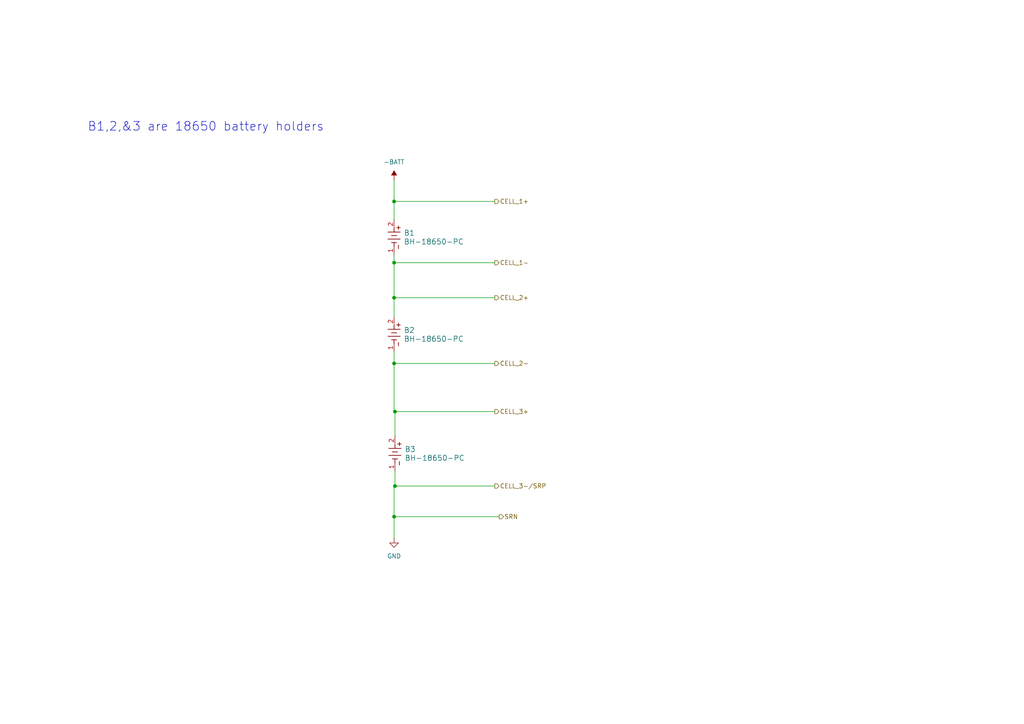
<source format=kicad_sch>
(kicad_sch (version 20231120) (generator "eeschema") (generator_version "8.0")
  (paper "A4")
  (lib_symbols
    (symbol "18650 Battery Holder:BH-18650-PC" (pin_names (offset 0.254))
      (property "Reference" "B" (at 4.826 3.81 0))
      (property "Value" "BH-18650-PC" (at 4.826 -3.81 0))
      (symbol "BH-18650-PC_0_1"
        (polyline (pts (xy 1.778 1.27) (xy 2.794 1.27)) (stroke (width 0.2032)))
        (polyline (pts (xy 2.286 0.762) (xy 2.286 1.778)) (stroke (width 0.2032)))
        (polyline (pts (xy 2.54 0) (xy 3.4798 0)) (stroke (width 0.2032)))
        (polyline (pts (xy 3.556 -1.778) (xy 3.556 1.778)) (stroke (width 0.2032)))
        (polyline (pts (xy 4.572 0.762) (xy 4.572 -0.762)) (stroke (width 0.2032)))
        (polyline (pts (xy 5.588 -1.778) (xy 5.588 1.778)) (stroke (width 0.2032)))
        (polyline (pts (xy 6.604 0) (xy 7.62 0)) (stroke (width 0.2032)))
        (polyline (pts (xy 6.604 0.762) (xy 6.604 -0.762)) (stroke (width 0.2032)))
        (polyline (pts (xy 7.366 1.27) (xy 8.382 1.27)) (stroke (width 0.2032)))
        (pin unspecified line (at 10.16 0 180) (length 2.54) (name "") (number "1"))
        (pin unspecified line (at 0 0 0) (length 2.54) (name "") (number "2"))
      )
    )
    (symbol "power:-BATT" (power) (pin_numbers hide) (pin_names (offset 0) hide)
      (property "Value" "-BATT" (at 0 3.556 0))
      (symbol "-BATT_0_1"
        (polyline (pts (xy 0 0) (xy 0 2.54)))
        (polyline (pts (xy 0.762 1.27) (xy -0.762 1.27) (xy 0 2.54) (xy 0.762 1.27)) (fill (type outline)))
      )
      (symbol "-BATT_1_1"
        (pin power_in line (at 0 0 90) (length 0) (name "~") (number "1"))
      )
    )
    (symbol "power:GND" (power) (pin_numbers hide) (pin_names (offset 0) hide)
      (property "Value" "GND" (at 0 -3.81 0))
      (symbol "GND_0_1"
        (polyline (pts (xy 0 0) (xy 0 -1.27) (xy 1.27 -1.27) (xy 0 -2.54) (xy -1.27 -1.27) (xy 0 -1.27)))
      )
      (symbol "GND_1_1"
        (pin power_in line (at 0 0 270) (length 0) (name "~") (number "1"))
      )
    )
  )
  (junction (at 114.3 105.41))
  (junction (at 114.554 140.97))
  (junction (at 114.3 76.2))
  (junction (at 114.3 149.86))
  (junction (at 114.3 58.42))
  (junction (at 114.3 86.36))
  (junction (at 114.554 119.38))
  (wire (pts (xy 114.3 86.36) (xy 143.51 86.36)))
  (wire (pts (xy 114.3 76.2) (xy 143.51 76.2)))
  (wire (pts (xy 114.3 58.42) (xy 143.51 58.42)))
  (wire (pts (xy 114.3 140.97) (xy 114.3 149.86)))
  (wire (pts (xy 114.554 140.97) (xy 143.51 140.97)))
  (wire (pts (xy 114.3 105.41) (xy 143.51 105.41)))
  (wire (pts (xy 114.3 73.914) (xy 114.3 76.2)))
  (wire (pts (xy 114.3 149.86) (xy 144.78 149.86)))
  (wire (pts (xy 114.3 105.41) (xy 114.3 119.38)))
  (wire (pts (xy 114.554 140.97) (xy 114.3 140.97)))
  (wire (pts (xy 114.3 119.38) (xy 114.554 119.38)))
  (wire (pts (xy 114.554 136.652) (xy 114.554 140.97)))
  (wire (pts (xy 114.554 119.38) (xy 114.554 126.492)))
  (wire (pts (xy 114.3 58.42) (xy 114.3 63.754)))
  (wire (pts (xy 114.3 52.07) (xy 114.3 58.42)))
  (wire (pts (xy 114.3 76.2) (xy 114.3 86.36)))
  (wire (pts (xy 114.3 86.36) (xy 114.3 91.948)))
  (wire (pts (xy 114.3 149.86) (xy 114.3 156.21)))
  (wire (pts (xy 114.554 119.38) (xy 143.51 119.38)))
  (wire (pts (xy 114.3 102.108) (xy 114.3 105.41)))
  (text "B1,2,&3 are 18650 battery holders" (at 59.69 36.83 0) (effects (font (size 2.54 2.54))))
  (hierarchical_label "SRN" (shape output) (at 144.78 149.86 0))
  (hierarchical_label "CELL_2-" (shape output) (at 143.51 105.41 0))
  (hierarchical_label "CELL_1+" (shape output) (at 143.51 58.42 0))
  (hierarchical_label "CELL_3-{slash}SRP" (shape output) (at 143.51 140.97 0))
  (hierarchical_label "CELL_2+" (shape output) (at 143.51 86.36 0))
  (hierarchical_label "CELL_1-" (shape output) (at 143.51 76.2 0))
  (hierarchical_label "CELL_3+" (shape output) (at 143.51 119.38 0))
  (symbol (lib_id "18650 Battery Holder:BH-18650-PC") (at 114.3 63.754 270) (unit 1)
    (property "Reference" "B1" (at 117.094 67.5639 90) (effects (font (size 1.524 1.524)) (justify left)))
    (property "Value" "BH-18650-PC" (at 117.094 70.1039 90) (effects (font (size 1.524 1.524)) (justify left)))
    (property "Footprint" "BAT_BH-18650-PC_MPD" (effects (hide yes)))
    (property "Datasheet" "BH-18650-PC" (effects (hide yes)))
  )
  (symbol (lib_id "power:-BATT") (at 114.3 52.07 0) (unit 1)
    (property "Reference" "#PWR09" (effects (hide yes)))
    (property "Value" "-BATT" (at 114.3 46.99 0))
    (property "Description" "Power symbol creates a global label with name \"-BATT\"" (effects (hide yes)))
  )
  (symbol (lib_id "18650 Battery Holder:BH-18650-PC") (at 114.3 91.948 270) (unit 1)
    (property "Reference" "B2" (at 117.094 95.7579 90) (effects (font (size 1.524 1.524)) (justify left)))
    (property "Value" "BH-18650-PC" (at 117.094 98.2979 90) (effects (font (size 1.524 1.524)) (justify left)))
    (property "Footprint" "BAT_BH-18650-PC_MPD" (effects (hide yes)))
    (property "Datasheet" "BH-18650-PC" (effects (hide yes)))
  )
  (symbol (lib_id "power:GND") (at 114.3 156.21 0) (unit 1)
    (property "Reference" "#PWR010" (effects (hide yes)))
    (property "Value" "GND" (at 114.3 161.29 0))
    (property "Description" "Power symbol creates a global label with name \"GND\" , ground" (effects (hide yes)))
  )
  (symbol (lib_id "18650 Battery Holder:BH-18650-PC") (at 114.554 126.492 270) (unit 1)
    (property "Reference" "B3" (at 117.348 130.3019 90) (effects (font (size 1.524 1.524)) (justify left)))
    (property "Value" "BH-18650-PC" (at 117.348 132.8419 90) (effects (font (size 1.524 1.524)) (justify left)))
    (property "Footprint" "BAT_BH-18650-PC_MPD" (effects (hide yes)))
    (property "Datasheet" "BH-18650-PC" (effects (hide yes)))
  )
)
</source>
